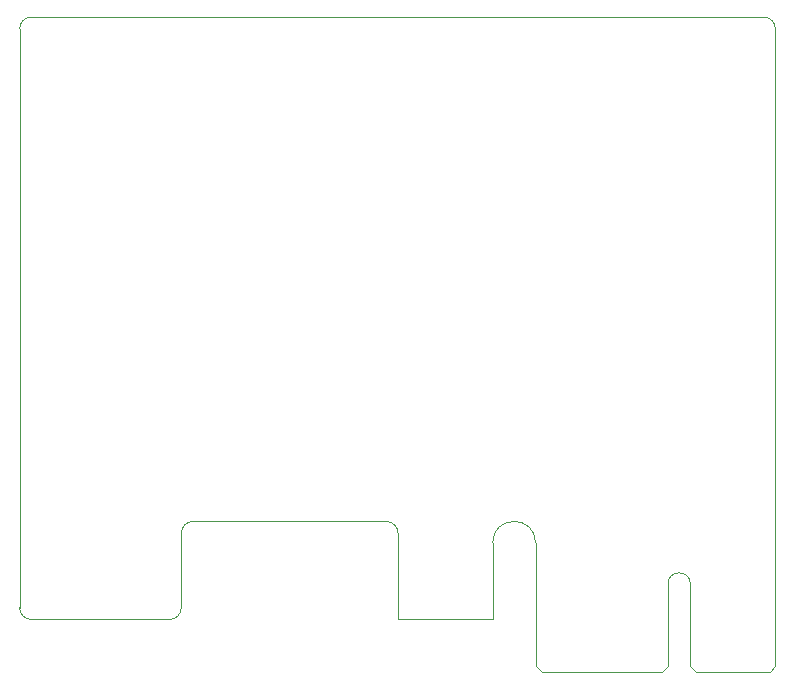
<source format=gbr>
G04 #@! TF.GenerationSoftware,KiCad,Pcbnew,(5.1.6)-1*
G04 #@! TF.CreationDate,2020-07-05T14:39:03+08:00*
G04 #@! TF.ProjectId,inteli210AT,696e7465-6c69-4323-9130-41542e6b6963,rev?*
G04 #@! TF.SameCoordinates,Original*
G04 #@! TF.FileFunction,Profile,NP*
%FSLAX46Y46*%
G04 Gerber Fmt 4.6, Leading zero omitted, Abs format (unit mm)*
G04 Created by KiCad (PCBNEW (5.1.6)-1) date 2020-07-05 14:39:03*
%MOMM*%
%LPD*%
G01*
G04 APERTURE LIST*
G04 #@! TA.AperFunction,Profile*
%ADD10C,0.050000*%
G04 #@! TD*
G04 #@! TA.AperFunction,Profile*
%ADD11C,0.100000*%
G04 #@! TD*
G04 APERTURE END LIST*
D10*
X0Y50005400D02*
X0Y3953600D01*
X-994600Y51000000D02*
X-63000000Y51000000D01*
D11*
X-64000000Y50000000D02*
G75*
G02*
X-63000000Y51000000I1000000J0D01*
G01*
X-994600Y51000000D02*
G75*
G02*
X0Y50005400I0J-994600D01*
G01*
X-20300000Y6478600D02*
G75*
G03*
X-23950000Y6478600I-1825000J0D01*
G01*
X-20300000Y6478600D02*
X-20300000Y3953600D01*
X-50300000Y7303600D02*
G75*
G02*
X-49300000Y8303600I1000000J0D01*
G01*
X-32973993Y8303312D02*
G75*
G02*
X-31950000Y7303600I23993J-999712D01*
G01*
X-51300000Y0D02*
G75*
G03*
X-50300000Y1000000I0J1000000D01*
G01*
X-64000000Y1000000D02*
G75*
G03*
X-63000000Y0I1000000J0D01*
G01*
X-63000000Y0D02*
X-51300000Y0D01*
X-31950000Y53600D02*
X-23950000Y53600D01*
X-50300000Y7303600D02*
X-50300000Y1000000D01*
X-64000000Y1000000D02*
X-64000000Y7374000D01*
X-49300000Y8303600D02*
X-32974000Y8303600D01*
X-31950000Y7303600D02*
X-31950000Y53600D01*
X-23950000Y53600D02*
X-23950000Y6478600D01*
X-64000000Y7374000D02*
X-64000000Y50000000D01*
X-9100000Y3003600D02*
X-9100000Y-3946400D01*
X-7200000Y3003600D02*
X-7200000Y-3946400D01*
X-20300000Y3953600D02*
X-20300000Y-3946400D01*
X-19800000Y-4446400D02*
X-9600000Y-4446400D01*
X0Y3953600D02*
X0Y-3946400D01*
X-6700000Y-4446400D02*
X-500000Y-4446400D01*
X-20300000Y-3946400D02*
X-19800000Y-4446400D01*
X-9100000Y-3946400D02*
X-9600000Y-4446400D01*
X-7200000Y-3946400D02*
X-6700000Y-4446400D01*
X0Y-3946400D02*
X-500000Y-4446400D01*
X-9100000Y3003600D02*
G75*
G02*
X-7200000Y3003600I950000J0D01*
G01*
M02*

</source>
